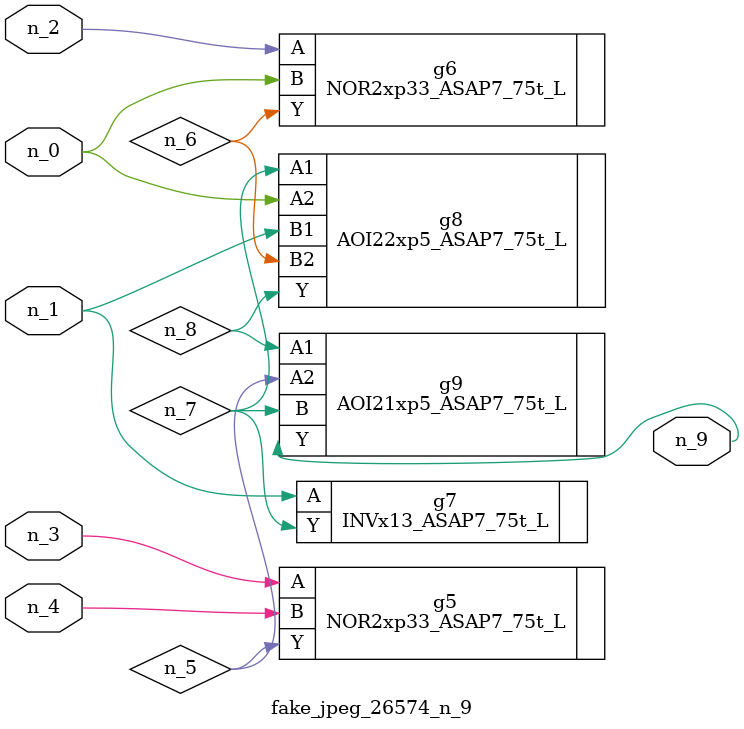
<source format=v>
module fake_jpeg_26574_n_9 (n_3, n_2, n_1, n_0, n_4, n_9);

input n_3;
input n_2;
input n_1;
input n_0;
input n_4;

output n_9;

wire n_8;
wire n_6;
wire n_5;
wire n_7;

NOR2xp33_ASAP7_75t_L g5 ( 
.A(n_3),
.B(n_4),
.Y(n_5)
);

NOR2xp33_ASAP7_75t_L g6 ( 
.A(n_2),
.B(n_0),
.Y(n_6)
);

INVx13_ASAP7_75t_L g7 ( 
.A(n_1),
.Y(n_7)
);

AOI22xp5_ASAP7_75t_L g8 ( 
.A1(n_7),
.A2(n_0),
.B1(n_1),
.B2(n_6),
.Y(n_8)
);

AOI21xp5_ASAP7_75t_L g9 ( 
.A1(n_8),
.A2(n_5),
.B(n_7),
.Y(n_9)
);


endmodule
</source>
